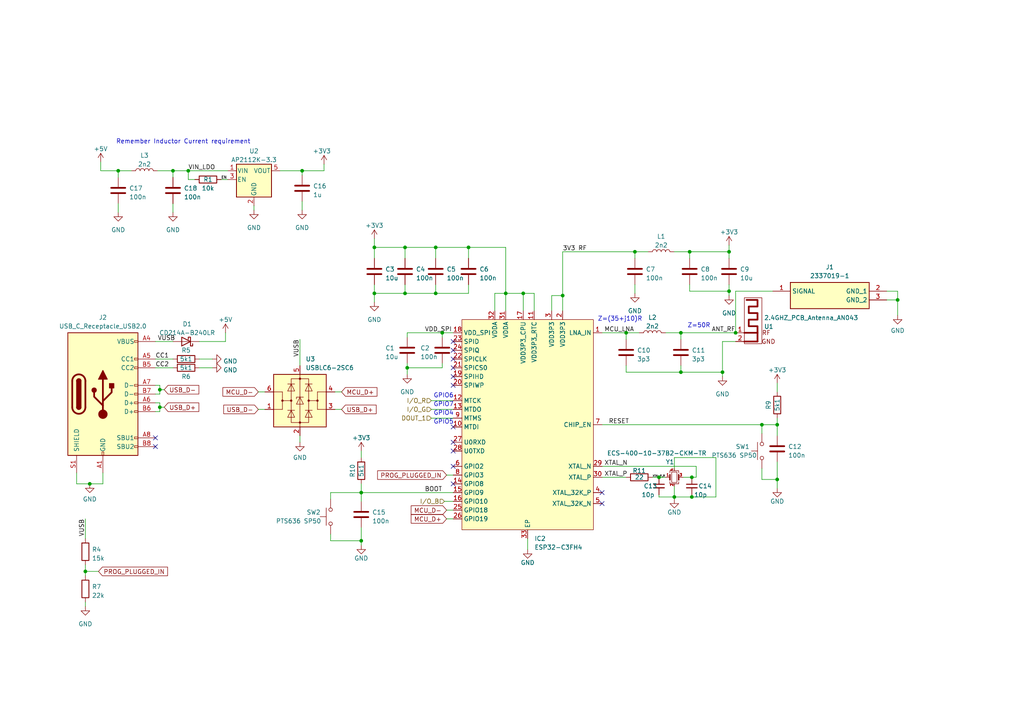
<source format=kicad_sch>
(kicad_sch (version 20230121) (generator eeschema)
  (paper "A4")
  (title_block (title "The Luwu") (date "2023-12-29") (rev "1") (company "FG Labs"))
  (lib_symbols
    (symbol "Antennas:2.4GHZ_PCB_Antenna_AN043"
      (property "Reference" "U" (at 0 1.27 0))
      (property "Value" "2.4GHZ_PCB_Antenna_AN043" (at 0 3.81 0))
      (symbol "2.4GHZ_PCB_Antenna_AN043_0_0"
        (rectangle (start 0 -2.54) (end 5.08 -15.875))
        (text "GND" (at 6.985 -3.175 0) (effects (font (size 1.27 1.27))))
        (text "RF" (at 6.35 -5.715 0) (effects (font (size 1.27 1.27))))
      )
      (symbol "2.4GHZ_PCB_Antenna_AN043_0_1"
        (polyline (pts (xy 3.81 -3.175) (xy 0 -3.175)) (stroke (width 0.5)))
        (polyline (pts (xy 0 -5.715) (xy 3.81 -5.715) (xy 3.81 -3.175)) (stroke (width 0.5)))
        (polyline (pts (xy 3.81 -5.715) (xy 3.81 -7.62) (xy 1.27 -7.62) (xy 1.27 -9.525) (xy 3.81 -9.525) (xy 3.81 -11.43) (xy 1.27 -11.43) (xy 1.27 -13.335) (xy 3.81 -13.335) (xy 3.81 -15.24) (xy 0.635 -15.24)) (stroke (width 0.5)))
      )
      (symbol "2.4GHZ_PCB_Antenna_AN043_1_1"
        (pin bidirectional line (at -2.54 -5.715 0) (length 2.54) (name "") (number "1"))
        (pin passive line (at -2.54 -3.175 0) (length 2.54) (name "") (number "2"))
      )
    )
    (symbol "Connector:USB_C_Receptacle_USB2.0" (pin_names (offset 1.016))
      (property "Reference" "J" (at -10.16 19.05 0))
      (property "Value" "USB_C_Receptacle_USB2.0" (at 19.05 19.05 0))
      (symbol "USB_C_Receptacle_USB2.0_0_0"
        (rectangle (start -0.254 -17.78) (end 0.254 -16.764))
        (rectangle (start 10.16 -14.986) (end 9.144 -15.494))
        (rectangle (start 10.16 -12.446) (end 9.144 -12.954))
        (rectangle (start 10.16 -4.826) (end 9.144 -5.334))
        (rectangle (start 10.16 -2.286) (end 9.144 -2.794))
        (rectangle (start 10.16 0.254) (end 9.144 -0.254))
        (rectangle (start 10.16 2.794) (end 9.144 2.286))
        (rectangle (start 10.16 7.874) (end 9.144 7.366))
        (rectangle (start 10.16 10.414) (end 9.144 9.906))
        (rectangle (start 10.16 15.494) (end 9.144 14.986))
      )
      (symbol "USB_C_Receptacle_USB2.0_0_1"
        (rectangle (start -10.16 17.78) (end 10.16 -17.78) (stroke (width 0.254)) (fill (type background)))
        (arc (start -8.89 -3.81) (mid -6.985 -5.7067) (end -5.08 -3.81) (stroke (width 0.508)))
        (arc (start -7.62 -3.81) (mid -6.985 -4.4423) (end -6.35 -3.81) (stroke (width 0.254)))
        (arc (start -7.62 -3.81) (mid -6.985 -4.4423) (end -6.35 -3.81) (stroke (width 0.254)) (fill (type outline)))
        (rectangle (start -7.62 -3.81) (end -6.35 3.81) (stroke (width 0.254)) (fill (type outline)))
        (arc (start -6.35 3.81) (mid -6.985 4.4423) (end -7.62 3.81) (stroke (width 0.254)))
        (arc (start -6.35 3.81) (mid -6.985 4.4423) (end -7.62 3.81) (stroke (width 0.254)) (fill (type outline)))
        (arc (start -5.08 3.81) (mid -6.985 5.7067) (end -8.89 3.81) (stroke (width 0.508)))
        (circle (center -2.54 1.143) (radius 0.635) (stroke (width 0.254)) (fill (type outline)))
        (circle (center 0 -5.842) (radius 1.27) (fill (type outline)))
        (polyline (pts (xy -8.89 -3.81) (xy -8.89 3.81)) (stroke (width 0.508)))
        (polyline (pts (xy -5.08 3.81) (xy -5.08 -3.81)) (stroke (width 0.508)))
        (polyline (pts (xy 0 -5.842) (xy 0 4.318)) (stroke (width 0.508)))
        (polyline (pts (xy 0 -3.302) (xy -2.54 -0.762) (xy -2.54 0.508)) (stroke (width 0.508)))
        (polyline (pts (xy 0 -2.032) (xy 2.54 0.508) (xy 2.54 1.778)) (stroke (width 0.508)))
        (polyline (pts (xy -1.27 4.318) (xy 0 6.858) (xy 1.27 4.318) (xy -1.27 4.318)) (stroke (width 0.254)) (fill (type outline)))
        (rectangle (start 1.905 1.778) (end 3.175 3.048) (stroke (width 0.254)) (fill (type outline)))
      )
      (symbol "USB_C_Receptacle_USB2.0_1_1"
        (pin passive line (at 0 -22.86 90) (length 5.08) (name "GND") (number "A1"))
        (pin passive line (at 0 -22.86 90) (length 5.08) hide (name "GND") (number "A12"))
        (pin passive line (at 15.24 15.24 180) (length 5.08) (name "VBUS") (number "A4"))
        (pin bidirectional line (at 15.24 10.16 180) (length 5.08) (name "CC1") (number "A5"))
        (pin bidirectional line (at 15.24 -2.54 180) (length 5.08) (name "D+") (number "A6"))
        (pin bidirectional line (at 15.24 2.54 180) (length 5.08) (name "D-") (number "A7"))
        (pin bidirectional line (at 15.24 -12.7 180) (length 5.08) (name "SBU1") (number "A8"))
        (pin passive line (at 15.24 15.24 180) (length 5.08) hide (name "VBUS") (number "A9"))
        (pin passive line (at 0 -22.86 90) (length 5.08) hide (name "GND") (number "B1"))
        (pin passive line (at 0 -22.86 90) (length 5.08) hide (name "GND") (number "B12"))
        (pin passive line (at 15.24 15.24 180) (length 5.08) hide (name "VBUS") (number "B4"))
        (pin bidirectional line (at 15.24 7.62 180) (length 5.08) (name "CC2") (number "B5"))
        (pin bidirectional line (at 15.24 -5.08 180) (length 5.08) (name "D+") (number "B6"))
        (pin bidirectional line (at 15.24 0 180) (length 5.08) (name "D-") (number "B7"))
        (pin bidirectional line (at 15.24 -15.24 180) (length 5.08) (name "SBU2") (number "B8"))
        (pin passive line (at 15.24 15.24 180) (length 5.08) hide (name "VBUS") (number "B9"))
        (pin passive line (at -7.62 -22.86 90) (length 5.08) (name "SHIELD") (number "S1"))
      )
    )
    (symbol "Device:C" (pin_numbers hide) (pin_names (offset 0.254))
      (property "Reference" "C" (at 0.635 2.54 0))
      (property "Value" "C" (at 0.635 -2.54 0))
      (symbol "C_0_1"
        (polyline (pts (xy -2.032 -0.762) (xy 2.032 -0.762)) (stroke (width 0.508)))
        (polyline (pts (xy -2.032 0.762) (xy 2.032 0.762)) (stroke (width 0.508)))
      )
      (symbol "C_1_1"
        (pin passive line (at 0 3.81 270) (length 2.794) (name "~") (number "1"))
        (pin passive line (at 0 -3.81 90) (length 2.794) (name "~") (number "2"))
      )
    )
    (symbol "Device:C_Small" (pin_numbers hide) (pin_names (offset 0.254) hide)
      (property "Reference" "C" (at 0.254 1.778 0))
      (property "Value" "C_Small" (at 0.254 -2.032 0))
      (symbol "C_Small_0_1"
        (polyline (pts (xy -1.524 -0.508) (xy 1.524 -0.508)) (stroke (width 0.3302)))
        (polyline (pts (xy -1.524 0.508) (xy 1.524 0.508)) (stroke (width 0.3048)))
      )
      (symbol "C_Small_1_1"
        (pin passive line (at 0 2.54 270) (length 2.032) (name "~") (number "1"))
        (pin passive line (at 0 -2.54 90) (length 2.032) (name "~") (number "2"))
      )
    )
    (symbol "Device:Crystal_GND24_Small" (pin_names (offset 1.016) hide)
      (property "Reference" "Y" (at 1.27 4.445 0))
      (property "Value" "Crystal_GND24_Small" (at 1.27 2.54 0))
      (symbol "Crystal_GND24_Small_0_1"
        (rectangle (start -0.762 -1.524) (end 0.762 1.524))
        (polyline (pts (xy -1.27 -0.762) (xy -1.27 0.762)) (stroke (width 0.381)))
        (polyline (pts (xy 1.27 -0.762) (xy 1.27 0.762)) (stroke (width 0.381)))
        (polyline (pts (xy -1.27 -1.27) (xy -1.27 -1.905) (xy 1.27 -1.905) (xy 1.27 -1.27)))
        (polyline (pts (xy -1.27 1.27) (xy -1.27 1.905) (xy 1.27 1.905) (xy 1.27 1.27)))
      )
      (symbol "Crystal_GND24_Small_1_1"
        (pin passive line (at -2.54 0 0) (length 1.27) (name "1") (number "1"))
        (pin passive line (at 0 -2.54 90) (length 0.635) (name "2") (number "2"))
        (pin passive line (at 2.54 0 180) (length 1.27) (name "3") (number "3"))
        (pin passive line (at 0 2.54 270) (length 0.635) (name "4") (number "4"))
      )
    )
    (symbol "Device:D_Schottky" (pin_numbers hide) (pin_names (offset 1.016) hide)
      (property "Reference" "D" (at 0 2.54 0))
      (property "Value" "D_Schottky" (at 0 -2.54 0))
      (symbol "D_Schottky_0_1"
        (polyline (pts (xy 1.27 0) (xy -1.27 0)))
        (polyline (pts (xy 1.27 1.27) (xy 1.27 -1.27) (xy -1.27 0) (xy 1.27 1.27)) (stroke (width 0.254)))
        (polyline (pts (xy -1.905 0.635) (xy -1.905 1.27) (xy -1.27 1.27) (xy -1.27 -1.27) (xy -0.635 -1.27) (xy -0.635 -0.635)) (stroke (width 0.254)))
      )
      (symbol "D_Schottky_1_1"
        (pin passive line (at -3.81 0 0) (length 2.54) (name "K") (number "1"))
        (pin passive line (at 3.81 0 180) (length 2.54) (name "A") (number "2"))
      )
    )
    (symbol "Device:L" (pin_numbers hide) (pin_names (offset 1.016) hide)
      (property "Reference" "L" (at -1.27 0 90))
      (property "Value" "L" (at 1.905 0 90))
      (symbol "L_0_1"
        (arc (start 0 -2.54) (mid 0.6323 -1.905) (end 0 -1.27))
        (arc (start 0 -1.27) (mid 0.6323 -0.635) (end 0 0))
        (arc (start 0 0) (mid 0.6323 0.635) (end 0 1.27))
        (arc (start 0 1.27) (mid 0.6323 1.905) (end 0 2.54))
      )
      (symbol "L_1_1"
        (pin passive line (at 0 3.81 270) (length 1.27) (name "1") (number "1"))
        (pin passive line (at 0 -3.81 90) (length 1.27) (name "2") (number "2"))
      )
    )
    (symbol "Device:R" (pin_numbers hide) (pin_names (offset 0))
      (property "Reference" "R" (at 2.032 0 90))
      (property "Value" "R" (at 0 0 90))
      (symbol "R_0_1"
        (rectangle (start -1.016 -2.54) (end 1.016 2.54) (stroke (width 0.254)))
      )
      (symbol "R_1_1"
        (pin passive line (at 0 3.81 270) (length 1.27) (name "~") (number "1"))
        (pin passive line (at 0 -3.81 90) (length 1.27) (name "~") (number "2"))
      )
    )
    (symbol "Power_Protection:USBLC6-2SC6" (pin_names hide)
      (property "Reference" "U" (at 2.54 8.89 0))
      (property "Value" "USBLC6-2SC6" (at 2.54 -8.89 0))
      (symbol "USBLC6-2SC6_0_1"
        (rectangle (start -7.62 -7.62) (end 7.62 7.62) (stroke (width 0.254)) (fill (type background)))
        (circle (center -5.08 0) (radius 0.254) (fill (type outline)))
        (circle (center -2.54 0) (radius 0.254) (fill (type outline)))
        (rectangle (start -2.54 6.35) (end 2.54 -6.35))
        (circle (center 0 -6.35) (radius 0.254) (fill (type outline)))
        (polyline (pts (xy -5.08 -2.54) (xy -7.62 -2.54)))
        (polyline (pts (xy -5.08 0) (xy -5.08 -2.54)))
        (polyline (pts (xy -5.08 2.54) (xy -7.62 2.54)))
        (polyline (pts (xy -1.524 -2.794) (xy -3.556 -2.794)))
        (polyline (pts (xy -1.524 4.826) (xy -3.556 4.826)))
        (polyline (pts (xy 0 -7.62) (xy 0 -6.35)))
        (polyline (pts (xy 0 -6.35) (xy 0 1.27)))
        (polyline (pts (xy 0 1.27) (xy 0 6.35)))
        (polyline (pts (xy 0 6.35) (xy 0 7.62)))
        (polyline (pts (xy 1.524 -2.794) (xy 3.556 -2.794)))
        (polyline (pts (xy 1.524 4.826) (xy 3.556 4.826)))
        (polyline (pts (xy 5.08 -2.54) (xy 7.62 -2.54)))
        (polyline (pts (xy 5.08 0) (xy 5.08 -2.54)))
        (polyline (pts (xy 5.08 2.54) (xy 7.62 2.54)))
        (polyline (pts (xy -2.54 0) (xy -5.08 0) (xy -5.08 2.54)))
        (polyline (pts (xy 2.54 0) (xy 5.08 0) (xy 5.08 2.54)))
        (polyline (pts (xy -3.556 -4.826) (xy -1.524 -4.826) (xy -2.54 -2.794) (xy -3.556 -4.826)))
        (polyline (pts (xy -3.556 2.794) (xy -1.524 2.794) (xy -2.54 4.826) (xy -3.556 2.794)))
        (polyline (pts (xy -1.016 -1.016) (xy 1.016 -1.016) (xy 0 1.016) (xy -1.016 -1.016)))
        (polyline (pts (xy 1.016 1.016) (xy 0.762 1.016) (xy -1.016 1.016) (xy -1.016 0.508)))
        (polyline (pts (xy 3.556 -4.826) (xy 1.524 -4.826) (xy 2.54 -2.794) (xy 3.556 -4.826)))
        (polyline (pts (xy 3.556 2.794) (xy 1.524 2.794) (xy 2.54 4.826) (xy 3.556 2.794)))
        (circle (center 0 6.35) (radius 0.254) (fill (type outline)))
        (circle (center 2.54 0) (radius 0.254) (fill (type outline)))
        (circle (center 5.08 0) (radius 0.254) (fill (type outline)))
      )
      (symbol "USBLC6-2SC6_1_1"
        (pin passive line (at -10.16 -2.54 0) (length 2.54) (name "I/O1") (number "1"))
        (pin passive line (at 0 -10.16 90) (length 2.54) (name "GND") (number "2"))
        (pin passive line (at 10.16 -2.54 180) (length 2.54) (name "I/O2") (number "3"))
        (pin passive line (at 10.16 2.54 180) (length 2.54) (name "I/O2") (number "4"))
        (pin passive line (at 0 10.16 270) (length 2.54) (name "VBUS") (number "5"))
        (pin passive line (at -10.16 2.54 0) (length 2.54) (name "I/O1") (number "6"))
      )
    )
    (symbol "Regulator_Linear:AP2112K-3.3" (pin_names (offset 0.254))
      (property "Reference" "U" (at -5.08 5.715 0))
      (property "Value" "AP2112K-3.3" (at 0 5.715 0))
      (symbol "AP2112K-3.3_0_1"
        (rectangle (start -5.08 4.445) (end 5.08 -5.08) (stroke (width 0.254)) (fill (type background)))
      )
      (symbol "AP2112K-3.3_1_1"
        (pin power_in line (at -7.62 2.54 0) (length 2.54) (name "VIN") (number "1"))
        (pin power_in line (at 0 -7.62 90) (length 2.54) (name "GND") (number "2"))
        (pin input line (at -7.62 0 0) (length 2.54) (name "EN") (number "3"))
        (pin no_connect line (at 5.08 0 180) (length 2.54) hide (name "NC") (number "4"))
        (pin power_out line (at 7.62 2.54 180) (length 2.54) (name "VOUT") (number "5"))
      )
    )
    (symbol "SamacSys_Parts:2337019-1"
      (property "Reference" "J" (at 29.21 7.62 0))
      (property "Value" "2337019-1" (at 29.21 5.08 0))
      (symbol "2337019-1_1_1"
        (rectangle (start 5.08 2.54) (end 27.94 -5.08) (stroke (width 0.254)) (fill (type background)))
        (pin passive line (at 0 0 0) (length 5.08) (name "SIGNAL") (number "1"))
        (pin passive line (at 33.02 0 180) (length 5.08) (name "GND_1") (number "2"))
        (pin passive line (at 33.02 -2.54 180) (length 5.08) (name "GND_2") (number "3"))
      )
    )
    (symbol "SamacSys_Parts_2:ESP32-C3FH4"
      (property "Reference" "IC" (at 15.875 -22.225 0))
      (property "Value" "ESP32-C3FH4" (at 15.875 -24.765 0))
      (symbol "ESP32-C3FH4_1_1"
        (rectangle (start 2.54 3.81) (end 40.64 -57.15) (fill (type background)))
        (pin input line (at 43.18 0 180) (length 2.54) (name "LNA_IN") (number "1"))
        (pin input line (at 0 -27.305 0) (length 2.54) (name "MTDI") (number "10"))
        (pin input line (at 23.495 6.35 270) (length 2.54) (name "VDD3P3_RTC") (number "11"))
        (pin input line (at 0 -19.685 0) (length 2.54) (name "MTCK") (number "12"))
        (pin input line (at 0 -22.225 0) (length 2.54) (name "MTDO") (number "13"))
        (pin input line (at 0 -43.815 0) (length 2.54) (name "GPIO8") (number "14"))
        (pin input line (at 0 -46.355 0) (length 2.54) (name "GPIO9") (number "15"))
        (pin input line (at 0 -48.895 0) (length 2.54) (name "GPIO10") (number "16"))
        (pin input line (at 20.32 6.35 270) (length 2.54) (name "VDD3P3_CPU") (number "17"))
        (pin input line (at 0 0 0) (length 2.54) (name "VDD_SPI") (number "18"))
        (pin input line (at 0 -12.7 0) (length 2.54) (name "SPIHD") (number "19"))
        (pin input line (at 31.75 6.35 270) (length 2.54) (name "VDD3P3") (number "2"))
        (pin input line (at 0 -15.24 0) (length 2.54) (name "SPIWP") (number "20"))
        (pin input line (at 0 -10.16 0) (length 2.54) (name "SPICS0") (number "21"))
        (pin input line (at 0 -7.62 0) (length 2.54) (name "SPICLK") (number "22"))
        (pin input line (at 0 -2.54 0) (length 2.54) (name "SPID") (number "23"))
        (pin input line (at 0 -5.08 0) (length 2.54) (name "SPIQ") (number "24"))
        (pin input line (at 0 -51.435 0) (length 2.54) (name "GPIO18") (number "25"))
        (pin input line (at 0 -53.975 0) (length 2.54) (name "GPIO19") (number "26"))
        (pin input line (at 0 -31.75 0) (length 2.54) (name "U0RXD") (number "27"))
        (pin input line (at 0 -34.29 0) (length 2.54) (name "U0TXD") (number "28"))
        (pin input line (at 43.18 -38.735 180) (length 2.54) (name "XTAL_N") (number "29"))
        (pin input line (at 28.575 6.35 270) (length 2.54) (name "VDD3P3") (number "3"))
        (pin input line (at 43.18 -41.91 180) (length 2.54) (name "XTAL_P") (number "30"))
        (pin input line (at 15.24 6.35 270) (length 2.54) (name "VDDA") (number "31"))
        (pin input line (at 12.065 6.35 270) (length 2.54) (name "VDDA") (number "32"))
        (pin input line (at 21.59 -59.69 90) (length 2.54) (name "EP") (number "33"))
        (pin input line (at 43.18 -46.355 180) (length 2.54) (name "XTAL_32K_P") (number "4"))
        (pin input line (at 43.18 -49.53 180) (length 2.54) (name "XTAL_32K_N") (number "5"))
        (pin input line (at 0 -38.735 0) (length 2.54) (name "GPIO2") (number "6"))
        (pin input line (at 43.18 -26.67 180) (length 2.54) (name "CHIP_EN") (number "7"))
        (pin input line (at 0 -41.275 0) (length 2.54) (name "GPIO3") (number "8"))
        (pin input line (at 0 -24.765 0) (length 2.54) (name "MTMS") (number "9"))
      )
    )
    (symbol "Switch:SW_Push" (pin_numbers hide) (pin_names (offset 1.016) hide)
      (property "Reference" "SW" (at 1.27 2.54 0))
      (property "Value" "SW_Push" (at 0 -1.524 0))
      (symbol "SW_Push_0_1"
        (circle (center -2.032 0) (radius 0.508))
        (polyline (pts (xy 0 1.27) (xy 0 3.048)))
        (polyline (pts (xy 2.54 1.27) (xy -2.54 1.27)))
        (circle (center 2.032 0) (radius 0.508))
        (pin passive line (at -5.08 0 0) (length 2.54) (name "1") (number "1"))
        (pin passive line (at 5.08 0 180) (length 2.54) (name "2") (number "2"))
      )
    )
    (symbol "power:+3V3" (power) (pin_names (offset 0))
      (property "Value" "+3V3" (at 0 3.556 0))
      (symbol "+3V3_0_1"
        (polyline (pts (xy -0.762 1.27) (xy 0 2.54)))
        (polyline (pts (xy 0 0) (xy 0 2.54)))
        (polyline (pts (xy 0 2.54) (xy 0.762 1.27)))
      )
      (symbol "+3V3_1_1"
        (pin power_in line (at 0 0 90) (length 0) hide (name "+3V3") (number "1"))
      )
    )
    (symbol "power:+5V" (power) (pin_names (offset 0))
      (property "Value" "+5V" (at 0 3.556 0))
      (symbol "+5V_0_1"
        (polyline (pts (xy -0.762 1.27) (xy 0 2.54)))
        (polyline (pts (xy 0 0) (xy 0 2.54)))
        (polyline (pts (xy 0 2.54) (xy 0.762 1.27)))
      )
      (symbol "+5V_1_1"
        (pin power_in line (at 0 0 90) (length 0) hide (name "+5V") (number "1"))
      )
    )
    (symbol "power:GND" (power) (pin_names (offset 0))
      (property "Value" "GND" (at 0 -3.81 0))
      (symbol "GND_0_1"
        (polyline (pts (xy 0 0) (xy 0 -1.27) (xy 1.27 -1.27) (xy 0 -2.54) (xy -1.27 -1.27) (xy 0 -1.27)))
      )
      (symbol "GND_1_1"
        (pin power_in line (at 0 0 270) (length 0) hide (name "GND") (number "1"))
      )
    )
  )
  (junction (at 220.98 123.19))
  (junction (at 117.475 71.755))
  (junction (at 225.425 139.065))
  (junction (at 211.455 84.455))
  (junction (at 118.11 106.68))
  (junction (at 200.66 144.145))
  (junction (at 50.165 49.53))
  (junction (at 24.765 165.735))
  (junction (at 104.775 156.845))
  (junction (at 181.61 96.52))
  (junction (at 108.585 85.09))
  (junction (at 135.89 71.755))
  (junction (at 197.485 107.95))
  (junction (at 146.685 85.09))
  (junction (at 126.365 71.755))
  (junction (at 26.035 140.335))
  (junction (at 108.585 71.755))
  (junction (at 225.425 123.19))
  (junction (at 195.58 144.145))
  (junction (at 126.365 85.09))
  (junction (at 46.355 118.11))
  (junction (at 197.485 96.52))
  (junction (at 209.55 107.95))
  (junction (at 104.775 142.875))
  (junction (at 184.15 73.025))
  (junction (at 200.66 138.43))
  (junction (at 200.025 73.025))
  (junction (at 54.61 49.53))
  (junction (at 260.35 86.995))
  (junction (at 163.195 85.725))
  (junction (at 213.36 96.52))
  (junction (at 211.455 73.025))
  (junction (at 117.475 85.09))
  (junction (at 34.29 49.53))
  (junction (at 128.27 96.52))
  (junction (at 191.135 138.43))
  (junction (at 46.355 113.03))
  (junction (at 151.765 85.09))
  (junction (at 87.63 49.53))
  (no_connect (at 174.625 142.875))
  (no_connect (at 131.445 109.22))
  (no_connect (at 131.445 140.335))
  (no_connect (at 131.445 130.81))
  (no_connect (at 174.625 146.05))
  (no_connect (at 45.085 129.54))
  (no_connect (at 131.445 128.27))
  (no_connect (at 131.445 99.06))
  (no_connect (at 131.445 106.68))
  (no_connect (at 131.445 135.255))
  (no_connect (at 131.445 101.6))
  (no_connect (at 131.445 111.76))
  (no_connect (at 45.085 127))
  (no_connect (at 131.445 123.825))
  (no_connect (at 131.445 104.14))
  (wire (pts (xy 257.175 84.455) (xy 260.35 84.455)))
  (wire (pts (xy 193.04 96.52) (xy 197.485 96.52)))
  (wire (pts (xy 65.405 99.06) (xy 65.405 96.52)))
  (wire (pts (xy 95.885 144.78) (xy 95.885 142.875)))
  (wire (pts (xy 187.96 73.025) (xy 184.15 73.025)))
  (wire (pts (xy 46.355 119.38) (xy 46.355 118.11)))
  (wire (pts (xy 195.58 132.715) (xy 207.645 132.715)))
  (wire (pts (xy 29.21 46.99) (xy 29.21 49.53)))
  (wire (pts (xy 225.425 133.985) (xy 225.425 139.065)))
  (wire (pts (xy 24.765 150.495) (xy 24.765 156.21)))
  (wire (pts (xy 74.93 118.745) (xy 76.835 118.745)))
  (wire (pts (xy 211.455 84.455) (xy 211.455 85.725)))
  (wire (pts (xy 185.42 96.52) (xy 181.61 96.52)))
  (wire (pts (xy 195.58 140.97) (xy 195.58 144.145)))
  (wire (pts (xy 200.66 138.43) (xy 201.93 138.43)))
  (wire (pts (xy 45.085 111.76) (xy 46.355 111.76)))
  (wire (pts (xy 260.35 86.995) (xy 260.35 91.44)))
  (wire (pts (xy 24.765 174.625) (xy 24.765 175.895)))
  (wire (pts (xy 86.995 98.425) (xy 86.995 106.045)))
  (wire (pts (xy 38.1 49.53) (xy 34.29 49.53)))
  (wire (pts (xy 146.685 71.755) (xy 146.685 85.09)))
  (wire (pts (xy 211.455 82.55) (xy 211.455 84.455)))
  (wire (pts (xy 118.11 105.41) (xy 118.11 106.68)))
  (wire (pts (xy 24.765 163.83) (xy 24.765 165.735)))
  (wire (pts (xy 126.365 85.09) (xy 117.475 85.09)))
  (wire (pts (xy 129.54 150.495) (xy 131.445 150.495)))
  (wire (pts (xy 211.455 74.93) (xy 211.455 73.025)))
  (wire (pts (xy 126.365 82.55) (xy 126.365 85.09)))
  (wire (pts (xy 163.195 85.725) (xy 163.195 73.025)))
  (wire (pts (xy 45.085 114.3) (xy 46.355 114.3)))
  (wire (pts (xy 87.63 58.42) (xy 87.63 60.96)))
  (wire (pts (xy 54.61 52.07) (xy 54.61 49.53)))
  (wire (pts (xy 220.98 135.89) (xy 220.98 139.065)))
  (wire (pts (xy 24.765 165.735) (xy 28.575 165.735)))
  (wire (pts (xy 104.775 153.035) (xy 104.775 156.845)))
  (wire (pts (xy 129.54 147.955) (xy 131.445 147.955)))
  (wire (pts (xy 117.475 74.93) (xy 117.475 71.755)))
  (wire (pts (xy 189.23 138.43) (xy 191.135 138.43)))
  (wire (pts (xy 45.72 49.53) (xy 50.165 49.53)))
  (wire (pts (xy 160.02 90.17) (xy 160.02 85.725)))
  (wire (pts (xy 200.66 144.145) (xy 195.58 144.145)))
  (wire (pts (xy 146.685 85.09) (xy 143.51 85.09)))
  (wire (pts (xy 104.775 156.845) (xy 104.775 158.115)))
  (wire (pts (xy 129.54 137.795) (xy 131.445 137.795)))
  (wire (pts (xy 104.775 130.81) (xy 104.775 132.715)))
  (wire (pts (xy 220.98 123.19) (xy 220.98 125.73)))
  (wire (pts (xy 99.06 113.665) (xy 97.155 113.665)))
  (wire (pts (xy 56.515 52.07) (xy 54.61 52.07)))
  (wire (pts (xy 209.55 107.95) (xy 197.485 107.95)))
  (wire (pts (xy 57.785 104.14) (xy 61.595 104.14)))
  (wire (pts (xy 45.085 106.68) (xy 50.165 106.68)))
  (wire (pts (xy 191.135 143.51) (xy 191.135 144.145)))
  (wire (pts (xy 95.885 154.94) (xy 95.885 156.845)))
  (wire (pts (xy 195.58 73.025) (xy 200.025 73.025)))
  (wire (pts (xy 160.02 85.725) (xy 163.195 85.725)))
  (wire (pts (xy 225.425 111.125) (xy 225.425 113.665)))
  (wire (pts (xy 104.775 142.875) (xy 104.775 145.415)))
  (wire (pts (xy 73.66 59.69) (xy 73.66 60.96)))
  (wire (pts (xy 198.12 138.43) (xy 200.66 138.43)))
  (wire (pts (xy 54.61 49.53) (xy 66.04 49.53)))
  (wire (pts (xy 117.475 82.55) (xy 117.475 85.09)))
  (wire (pts (xy 200.025 82.55) (xy 200.025 84.455)))
  (wire (pts (xy 211.455 73.025) (xy 200.025 73.025)))
  (wire (pts (xy 174.625 123.19) (xy 220.98 123.19)))
  (wire (pts (xy 50.165 49.53) (xy 54.61 49.53)))
  (wire (pts (xy 118.11 106.68) (xy 118.11 108.585)))
  (wire (pts (xy 200.025 84.455) (xy 211.455 84.455)))
  (wire (pts (xy 197.485 96.52) (xy 197.485 98.425)))
  (wire (pts (xy 45.085 116.84) (xy 46.355 116.84)))
  (wire (pts (xy 135.89 71.755) (xy 146.685 71.755)))
  (wire (pts (xy 200.025 73.025) (xy 200.025 74.93)))
  (wire (pts (xy 128.27 96.52) (xy 131.445 96.52)))
  (wire (pts (xy 22.225 140.335) (xy 26.035 140.335)))
  (wire (pts (xy 125.095 116.205) (xy 131.445 116.205)))
  (wire (pts (xy 99.06 118.745) (xy 97.155 118.745)))
  (wire (pts (xy 34.29 59.055) (xy 34.29 61.595)))
  (wire (pts (xy 184.15 82.55) (xy 184.15 85.09)))
  (wire (pts (xy 87.63 49.53) (xy 87.63 50.8)))
  (wire (pts (xy 153.035 156.21) (xy 153.035 159.385)))
  (wire (pts (xy 191.135 144.145) (xy 195.58 144.145)))
  (wire (pts (xy 184.15 73.025) (xy 184.15 74.93)))
  (wire (pts (xy 126.365 74.93) (xy 126.365 71.755)))
  (wire (pts (xy 45.085 119.38) (xy 46.355 119.38)))
  (wire (pts (xy 201.93 135.255) (xy 174.625 135.255)))
  (wire (pts (xy 209.55 107.95) (xy 209.55 109.22)))
  (wire (pts (xy 200.66 143.51) (xy 200.66 144.145)))
  (wire (pts (xy 104.775 140.335) (xy 104.775 142.875)))
  (wire (pts (xy 213.36 84.455) (xy 213.36 96.52)))
  (wire (pts (xy 46.355 113.03) (xy 47.625 113.03)))
  (wire (pts (xy 191.135 138.43) (xy 193.04 138.43)))
  (wire (pts (xy 260.35 84.455) (xy 260.35 86.995)))
  (wire (pts (xy 45.085 104.14) (xy 50.165 104.14)))
  (wire (pts (xy 86.995 128.27) (xy 86.995 126.365)))
  (wire (pts (xy 135.89 82.55) (xy 135.89 85.09)))
  (wire (pts (xy 197.485 106.045) (xy 197.485 107.95)))
  (wire (pts (xy 46.355 114.3) (xy 46.355 113.03)))
  (wire (pts (xy 151.765 85.09) (xy 146.685 85.09)))
  (wire (pts (xy 108.585 69.215) (xy 108.585 71.755)))
  (wire (pts (xy 24.765 165.735) (xy 24.765 167.005)))
  (wire (pts (xy 64.135 52.07) (xy 66.04 52.07)))
  (wire (pts (xy 181.61 96.52) (xy 181.61 98.425)))
  (wire (pts (xy 207.645 132.715) (xy 207.645 144.145)))
  (wire (pts (xy 128.905 145.415) (xy 131.445 145.415)))
  (wire (pts (xy 225.425 121.285) (xy 225.425 123.19)))
  (wire (pts (xy 163.195 73.025) (xy 184.15 73.025)))
  (wire (pts (xy 50.165 49.53) (xy 50.165 51.435)))
  (wire (pts (xy 146.685 90.17) (xy 146.685 85.09)))
  (wire (pts (xy 143.51 90.17) (xy 143.51 85.09)))
  (wire (pts (xy 197.485 107.95) (xy 181.61 107.95)))
  (wire (pts (xy 108.585 82.55) (xy 108.585 85.09)))
  (wire (pts (xy 57.785 99.06) (xy 65.405 99.06)))
  (wire (pts (xy 117.475 85.09) (xy 108.585 85.09)))
  (wire (pts (xy 257.175 86.995) (xy 260.35 86.995)))
  (wire (pts (xy 93.98 49.53) (xy 87.63 49.53)))
  (wire (pts (xy 57.785 106.68) (xy 61.595 106.68)))
  (wire (pts (xy 108.585 85.09) (xy 108.585 87.63)))
  (wire (pts (xy 46.355 116.84) (xy 46.355 118.11)))
  (wire (pts (xy 125.095 118.745) (xy 131.445 118.745)))
  (wire (pts (xy 225.425 139.065) (xy 225.425 141.605)))
  (wire (pts (xy 135.89 74.93) (xy 135.89 71.755)))
  (wire (pts (xy 207.645 144.145) (xy 200.66 144.145)))
  (wire (pts (xy 211.455 71.12) (xy 211.455 73.025)))
  (wire (pts (xy 108.585 71.755) (xy 108.585 74.93)))
  (wire (pts (xy 46.355 111.76) (xy 46.355 113.03)))
  (wire (pts (xy 125.095 121.285) (xy 131.445 121.285)))
  (wire (pts (xy 46.355 118.11) (xy 47.625 118.11)))
  (wire (pts (xy 195.58 144.145) (xy 195.58 144.78)))
  (wire (pts (xy 128.27 96.52) (xy 118.11 96.52)))
  (wire (pts (xy 201.93 138.43) (xy 201.93 135.255)))
  (wire (pts (xy 151.765 90.17) (xy 151.765 85.09)))
  (wire (pts (xy 209.55 99.06) (xy 209.55 107.95)))
  (wire (pts (xy 29.845 140.335) (xy 26.035 140.335)))
  (wire (pts (xy 29.845 137.16) (xy 29.845 140.335)))
  (wire (pts (xy 154.94 90.17) (xy 154.94 85.09)))
  (wire (pts (xy 128.27 106.68) (xy 118.11 106.68)))
  (wire (pts (xy 117.475 71.755) (xy 126.365 71.755)))
  (wire (pts (xy 225.425 126.365) (xy 225.425 123.19)))
  (wire (pts (xy 174.625 96.52) (xy 181.61 96.52)))
  (wire (pts (xy 174.625 138.43) (xy 181.61 138.43)))
  (wire (pts (xy 45.085 99.06) (xy 50.165 99.06)))
  (wire (pts (xy 220.98 123.19) (xy 225.425 123.19)))
  (wire (pts (xy 95.885 142.875) (xy 104.775 142.875)))
  (wire (pts (xy 74.93 113.665) (xy 76.835 113.665)))
  (wire (pts (xy 118.11 96.52) (xy 118.11 97.79)))
  (wire (pts (xy 81.28 49.53) (xy 87.63 49.53)))
  (wire (pts (xy 128.27 105.41) (xy 128.27 106.68)))
  (wire (pts (xy 50.165 59.055) (xy 50.165 61.595)))
  (wire (pts (xy 181.61 107.95) (xy 181.61 106.045)))
  (wire (pts (xy 154.94 85.09) (xy 151.765 85.09)))
  (wire (pts (xy 209.55 99.06) (xy 213.36 99.06)))
  (wire (pts (xy 29.21 49.53) (xy 34.29 49.53)))
  (wire (pts (xy 135.89 71.755) (xy 126.365 71.755)))
  (wire (pts (xy 104.775 142.875) (xy 131.445 142.875)))
  (wire (pts (xy 128.27 97.79) (xy 128.27 96.52)))
  (wire (pts (xy 197.485 96.52) (xy 213.36 96.52)))
  (wire (pts (xy 163.195 90.17) (xy 163.195 85.725)))
  (wire (pts (xy 117.475 71.755) (xy 108.585 71.755)))
  (wire (pts (xy 95.885 156.845) (xy 104.775 156.845)))
  (wire (pts (xy 195.58 132.715) (xy 195.58 135.89)))
  (wire (pts (xy 135.89 85.09) (xy 126.365 85.09)))
  (wire (pts (xy 34.29 49.53) (xy 34.29 51.435)))
  (wire (pts (xy 220.98 139.065) (xy 225.425 139.065)))
  (wire (pts (xy 93.98 47.625) (xy 93.98 49.53)))
  (wire (pts (xy 224.155 84.455) (xy 213.36 84.455)))
  (wire (pts (xy 22.225 137.16) (xy 22.225 140.335)))
  (text "GPIO5" (at 125.73 123.19 0) (effects (font (size 1.27 1.27)) (justify left bottom)))
  (text "Remember Inductor Current requirement" (at 33.655 41.91 0) (effects (font (size 1.27 1.27)) (justify left bottom)))
  (text "GPIO4" (at 125.73 120.65 0) (effects (font (size 1.27 1.27)) (justify left bottom)))
  (text "Z=50R" (at 199.39 95.25 0) (effects (font (size 1.27 1.27)) (justify left bottom)))
  (text "GPIO7" (at 125.73 118.11 0) (effects (font (size 1.27 1.27)) (justify left bottom)))
  (text "Z=(35+j10)R" (at 173.355 93.345 0) (effects (font (size 1.27 1.27)) (justify left bottom)))
  (text "GPIO6" (at 125.73 115.57 0) (effects (font (size 1.27 1.27)) (justify left bottom)))
  (label "XTAL_P" (at 175.26 138.43 0))
  (label "CC1" (at 45.085 104.14 0))
  (label "EN" (at 64.135 52.07 0) (effects (font (size 0.762 0.762))))
  (label "XTAL_P_R" (at 189.23 138.43 0) (effects (font (size 0.508 0.508))))
  (label "RESET" (at 176.53 123.19 0))
  (label "VUSB" (at 24.765 150.495 270))
  (label "3V3 RF" (at 163.195 73.025 0))
  (label "XTAL_N" (at 175.26 135.255 0))
  (label "ANT_RF" (at 206.375 96.52 0) (property "Netclass" "RF50" (effects hide)))
  (label "VIN_LDO" (at 54.61 49.53 0))
  (label "VUSB" (at 45.72 99.06 0))
  (label "BOOT" (at 128.27 142.875 180))
  (label "MCU_LNA" (at 175.26 96.52 0))
  (label "VUSB" (at 86.995 98.425 270))
  (label "VDD_SPI" (at 123.19 96.52 0))
  (label "CC2" (at 45.085 106.68 0))
  (global_label "USB_D+" (shape input) (at 47.625 118.11 0) (property "Intersheetrefs" "${INTERSHEET_REFS}" (effects hide)) (property "Netclass" "USB90" (effects hide)))
  (global_label "MCU_D-" (shape input) (at 74.93 113.665 180) (property "Intersheetrefs" "${INTERSHEET_REFS}" (effects hide)) (property "Netclass" "USB90" (effects hide)))
  (global_label "PROG_PLUGGED_IN" (shape input) (at 129.54 137.795 180) (property "Intersheetrefs" "${INTERSHEET_REFS}" (effects hide)))
  (global_label "USB_D+" (shape input) (at 99.06 118.745 0) (property "Intersheetrefs" "${INTERSHEET_REFS}" (effects hide)) (property "Netclass" "USB90" (effects hide)))
  (global_label "USB_D-" (shape input) (at 74.93 118.745 180) (property "Intersheetrefs" "${INTERSHEET_REFS}" (effects hide)) (property "Netclass" "USB90" (effects hide)))
  (global_label "PROG_PLUGGED_IN" (shape input) (at 28.575 165.735 0) (property "Intersheetrefs" "${INTERSHEET_REFS}" (effects hide)))
  (global_label "MCU_D-" (shape input) (at 129.54 147.955 180) (property "Intersheetrefs" "${INTERSHEET_REFS}" (effects hide)) (property "Netclass" "USB90" (effects hide)))
  (global_label "MCU_D+" (shape input) (at 99.06 113.665 0) (property "Intersheetrefs" "${INTERSHEET_REFS}" (effects hide)) (property "Netclass" "USB90" (effects hide)))
  (global_label "MCU_D+" (shape input) (at 129.54 150.495 180) (property "Intersheetrefs" "${INTERSHEET_REFS}" (effects hide)) (property "Netclass" "USB90" (effects hide)))
  (global_label "USB_D-" (shape input) (at 47.625 113.03 0) (property "Intersheetrefs" "${INTERSHEET_REFS}" (effects hide)) (property "Netclass" "USB90" (effects hide)))
  (hierarchical_label "I{slash}O_B" (shape input) (at 128.905 145.415 180))
  (hierarchical_label "DOUT_1" (shape input) (at 125.095 121.285 180))
  (hierarchical_label "I{slash}O_R" (shape input) (at 125.095 116.205 180))
  (hierarchical_label "I{slash}O_G" (shape input) (at 125.095 118.745 180))
  (symbol (lib_id "Device:C") (at 104.775 149.225 0) (unit 1)
    (property "Reference" "C15" (at 107.95 148.59 0) (effects (justify left)))
    (property "Value" "100n" (at 107.95 151.13 0) (effects (justify left)))
    (property "Footprint" "Capacitor_SMD:C_0603_1608Metric" (effects hide))
  )
  (symbol (lib_id "power:GND") (at 184.15 85.09 0) (unit 1)
    (property "Reference" "#PWR06" (effects hide))
    (property "Value" "GND" (at 184.15 90.17 0))
    (instances (project "The Luwu PCB" (path "" (reference "#PWR06") (unit 1))) (project "Battery" (path "" (reference "#PWR08") (unit 1))))
  )
  (symbol (lib_id "power:GND") (at 24.765 175.895 0) (unit 1)
    (property "Reference" "#PWR048" (effects hide))
    (property "Value" "GND" (at 24.765 180.975 0))
  )
  (symbol (lib_id "power:GND") (at 211.455 85.725 0) (unit 1)
    (property "Reference" "#PWR07" (effects hide))
    (property "Value" "GND" (at 211.455 90.805 0))
    (instances (project "The Luwu PCB" (path "" (reference "#PWR07") (unit 1))) (project "Battery" (path "" (reference "#PWR09") (unit 1))))
  )
  (symbol (lib_id "Device:R") (at 24.765 160.02 0) (unit 1)
    (property "Reference" "R4" (at 26.67 159.385 0) (effects (justify left)))
    (property "Value" "15k" (at 26.67 161.925 0) (effects (justify left)))
    (property "Footprint" "Resistor_SMD:R_0603_1608Metric" (effects hide))
  )
  (symbol (lib_id "Device:C") (at 128.27 101.6 0) (unit 1)
    (property "Reference" "C2" (at 121.92 100.965 0) (effects (justify left)))
    (property "Value" "100n" (at 121.92 103.505 0) (effects (justify left)))
    (property "Footprint" "Capacitor_SMD:C_0603_1608Metric" (effects hide))
    (instances (project "The Luwu PCB" (path "" (reference "C2") (unit 1))) (project "Battery" (path "" (reference "C11") (unit 1))))
  )
  (symbol (lib_id "Device:R") (at 225.425 117.475 180) (unit 1)
    (property "Reference" "R9" (at 222.885 117.475 90))
    (property "Value" "5k1" (at 225.425 117.475 90))
    (property "Footprint" "Resistor_SMD:R_0603_1608Metric" (effects hide))
    (instances (project "The Luwu PCB" (path "" (reference "R9") (unit 1))) (project "Battery" (path "" (reference "R4") (unit 1))))
  )
  (symbol (lib_id "Device:L") (at 189.23 96.52 90) (unit 1)
    (property "Reference" "L2" (at 189.23 92.075 90))
    (property "Value" "2n2" (at 189.23 94.615 90))
    (property "Footprint" "Inductor_SMD:L_0603_1608Metric" (effects hide))
  )
  (symbol (lib_id "power:GND") (at 260.35 91.44 0) (unit 1)
    (property "Reference" "#PWR09" (effects hide))
    (property "Value" "GND" (at 260.35 95.885 0))
    (instances (project "The Luwu PCB" (path "" (reference "#PWR09") (unit 1))) (project "Battery" (path "" (reference "#PWR047") (unit 1))))
  )
  (symbol (lib_id "power:+5V") (at 65.405 96.52 0) (unit 1)
    (property "Reference" "#PWR05" (effects hide))
    (property "Value" "+5V" (at 65.405 92.71 0))
  )
  (symbol (lib_id "Device:C") (at 135.89 78.74 0) (unit 1)
    (property "Reference" "C6" (at 139.065 78.105 0) (effects (justify left)))
    (property "Value" "100n" (at 139.065 80.645 0) (effects (justify left)))
    (property "Footprint" "Capacitor_SMD:C_0603_1608Metric" (effects hide))
  )
  (symbol (lib_id "Regulator_Linear:AP2112K-3.3") (at 73.66 52.07 0) (unit 1)
    (property "Reference" "U2" (at 73.66 43.815 0))
    (property "Value" "AP2112K-3.3" (at 73.66 46.355 0))
    (property "Footprint" "Package_TO_SOT_SMD:SOT-23-5" (effects hide))
    (property "Datasheet" "https://www.diodes.com/assets/Datasheets/AP2112.pdf" (effects hide))
    (instances (project "The Luwu PCB" (path "" (reference "U2") (unit 1))) (project "The Typeuwu" (path "" (reference "U203") (unit 1))) (project "Battery" (path "" (reference "U5") (unit 1))))
  )
  (symbol (lib_id "Power_Protection:USBLC6-2SC6") (at 86.995 116.205 0) (unit 1)
    (property "Reference" "U3" (at 88.6461 104.14 0) (effects (justify left)))
    (property "Value" "USBLC6-2SC6" (at 88.6461 106.68 0) (effects (justify left)))
    (property "Footprint" "Package_TO_SOT_SMD:SOT-23-6" (effects hide))
    (property "Datasheet" "https://www.st.com/resource/en/datasheet/usblc6-2.pdf" (effects hide))
    (instances (project "The Luwu PCB" (path "" (reference "U3") (unit 1))) (project "Battery" (path "" (reference "U2") (unit 1))))
  )
  (symbol (lib_id "power:GND") (at 104.775 158.115 0) (unit 1)
    (property "Reference" "#PWR019" (effects hide))
    (property "Value" "GND" (at 104.775 161.925 0))
    (instances (project "The Luwu PCB" (path "" (reference "#PWR019") (unit 1))) (project "Battery" (path "" (reference "#PWR017") (unit 1))))
  )
  (symbol (lib_id "Device:C") (at 211.455 78.74 0) (unit 1)
    (property "Reference" "C9" (at 214.63 78.105 0) (effects (justify left)))
    (property "Value" "10u" (at 214.63 80.645 0) (effects (justify left)))
    (property "Footprint" "Capacitor_SMD:C_0603_1608Metric" (effects hide))
    (instances (project "The Luwu PCB" (path "" (reference "C9") (unit 1))) (project "Battery" (path "" (reference "C5") (unit 1))))
  )
  (symbol (lib_id "power:GND") (at 108.585 87.63 0) (unit 1)
    (property "Reference" "#PWR08" (effects hide))
    (property "Value" "GND" (at 108.585 92.71 0))
    (instances (project "The Luwu PCB" (path "" (reference "#PWR08") (unit 1))) (project "Battery" (path "" (reference "#PWR011") (unit 1))))
  )
  (symbol (lib_id "power:GND") (at 50.165 61.595 0) (unit 1)
    (property "Reference" "#PWR026" (effects hide))
    (property "Value" "GND" (at 50.165 66.675 0))
    (instances (project "The Luwu PCB" (path "" (reference "#PWR026") (unit 1))) (project "Battery" (path "" (reference "#PWR08") (unit 1)) (path "" (reference "#PWR035") (unit 1))))
  )
  (symbol (lib_id "Device:L") (at 41.91 49.53 90) (unit 1)
    (property "Reference" "L3" (at 41.91 45.085 90))
    (property "Value" "2n2" (at 41.91 47.625 90))
    (property "Footprint" "Inductor_SMD:L_0603_1608Metric" (effects hide))
    (instances (project "The Luwu PCB" (path "" (reference "L3") (unit 1))) (project "Battery" (path "" (reference "L1") (unit 1)) (path "" (reference "L4") (unit 1))))
  )
  (symbol (lib_id "power:+3V3") (at 211.455 71.12 0) (unit 1)
    (property "Reference" "#PWR04" (effects hide))
    (property "Value" "+3V3" (at 211.455 67.31 0))
    (instances (project "The Luwu PCB" (path "" (reference "#PWR04") (unit 1))) (project "Battery" (path "" (reference "#PWR07") (unit 1))))
  )
  (symbol (lib_id "Device:C_Small") (at 200.66 140.97 0) (unit 1)
    (property "Reference" "C14" (at 202.565 140.97 0) (effects (justify left)))
    (property "Value" "10p" (at 201.295 143.51 0) (effects (justify left)))
    (property "Footprint" "Capacitor_SMD:C_0603_1608Metric" (effects hide))
    (instances (project "The Luwu PCB" (path "" (reference "C14") (unit 1))) (project "Battery" (path "" (reference "C1") (unit 1))))
  )
  (symbol (lib_id "power:GND") (at 61.595 106.68 90) (unit 1)
    (property "Reference" "#PWR012" (effects hide))
    (property "Value" "GND" (at 64.77 107.315 90) (effects (justify right)))
    (instances (project "The Luwu PCB" (path "" (reference "#PWR012") (unit 1))) (project "Battery" (path "" (reference "#PWR03") (unit 1))))
  )
  (symbol (lib_id "power:GND") (at 86.995 128.27 0) (unit 1)
    (property "Reference" "#PWR021" (effects hide))
    (property "Value" "GND" (at 86.995 132.715 0))
    (instances (project "The Luwu PCB" (path "" (reference "#PWR021") (unit 1))) (project "Battery" (path "" (reference "#PWR05") (unit 1))))
  )
  (symbol (lib_id "power:GND") (at 61.595 104.14 90) (unit 1)
    (property "Reference" "#PWR011" (effects hide))
    (property "Value" "GND" (at 64.77 104.775 90) (effects (justify right)))
    (instances (project "The Luwu PCB" (path "" (reference "#PWR011") (unit 1))) (project "Battery" (path "" (reference "#PWR02") (unit 1))))
  )
  (symbol (lib_id "power:GND") (at 225.425 141.605 0) (unit 1)
    (property "Reference" "#PWR017" (effects hide))
    (property "Value" "GND" (at 225.425 145.415 0))
    (instances (project "The Luwu PCB" (path "" (reference "#PWR017") (unit 1))) (project "Battery" (path "" (reference "#PWR014") (unit 1))))
  )
  (symbol (lib_id "Device:R") (at 24.765 170.815 0) (unit 1)
    (property "Reference" "R7" (at 26.67 170.18 0) (effects (justify left)))
    (property "Value" "22k" (at 26.67 172.72 0) (effects (justify left)))
    (property "Footprint" "Resistor_SMD:R_0603_1608Metric" (effects hide))
  )
  (symbol (lib_id "Device:R") (at 104.775 136.525 180) (unit 1)
    (property "Reference" "R10" (at 102.235 136.525 90))
    (property "Value" "5k1" (at 104.775 136.525 90))
    (property "Footprint" "Resistor_SMD:R_0603_1608Metric" (effects hide))
    (instances (project "The Luwu PCB" (path "" (reference "R10") (unit 1))) (project "Battery" (path "" (reference "R5") (unit 1))))
  )
  (symbol (lib_id "Device:C") (at 118.11 101.6 0) (unit 1)
    (property "Reference" "C1" (at 111.76 100.965 0) (effects (justify left)))
    (property "Value" "10u" (at 111.76 103.505 0) (effects (justify left)))
    (property "Footprint" "Capacitor_SMD:C_0603_1608Metric" (effects hide))
    (instances (project "The Luwu PCB" (path "" (reference "C1") (unit 1))) (project "Battery" (path "" (reference "C10") (unit 1))))
  )
  (symbol (lib_id "Device:C") (at 34.29 55.245 0) (unit 1)
    (property "Reference" "C17" (at 37.465 54.61 0) (effects (justify left)))
    (property "Value" "100n" (at 37.465 57.15 0) (effects (justify left)))
    (property "Footprint" "Capacitor_SMD:C_0603_1608Metric" (effects hide))
    (instances (project "The Luwu PCB" (path "" (reference "C17") (unit 1))) (project "Battery" (path "" (reference "C3") (unit 1)) (path "" (reference "C27") (unit 1))))
  )
  (symbol (lib_id "Switch:SW_Push") (at 220.98 130.81 90) (unit 1)
    (property "Reference" "SW1" (at 213.36 129.54 90) (effects (justify right)))
    (property "Value" "PTS636 SP50" (at 206.375 132.08 90) (effects (justify right)))
    (property "Footprint" "SamacSys:PTS636SP50SMTRLFS" (effects hide))
    (instances (project "The Luwu PCB" (path "" (reference "SW1") (unit 1))) (project "The Typeuwu" (path "" (reference "SW2") (unit 1))) (project "Battery" (path "" (reference "SW2") (unit 1))))
  )
  (symbol (lib_id "Device:C") (at 126.365 78.74 0) (unit 1)
    (property "Reference" "C5" (at 129.54 78.105 0) (effects (justify left)))
    (property "Value" "100n" (at 129.54 80.645 0) (effects (justify left)))
    (property "Footprint" "Capacitor_SMD:C_0603_1608Metric" (effects hide))
    (instances (project "The Luwu PCB" (path "" (reference "C5") (unit 1))) (project "Battery" (path "" (reference "C7") (unit 1))))
  )
  (symbol (lib_id "Connector:USB_C_Receptacle_USB2.0") (at 29.845 114.3 0) (unit 1)
    (property "Reference" "J2" (at 29.845 92.075 0))
    (property "Value" "USB_C_Receptacle_USB2.0" (at 29.845 94.615 0))
    (property "Footprint" "Connector_USB:USB_C_Receptacle_GCT_USB4105-xx-A_16P_TopMnt_Horizontal" (effects hide))
    (property "Datasheet" "https://www.usb.org/sites/default/files/documents/usb_type-c.zip" (effects hide))
    (instances (project "The Luwu PCB" (path "" (reference "J2") (unit 1))) (project "Battery" (path "" (reference "J1") (unit 1))))
  )
  (symbol (lib_id "Device:R") (at 53.975 106.68 90) (unit 1)
    (property "Reference" "R6" (at 53.975 109.22 90))
    (property "Value" "5k1" (at 53.975 106.68 90))
    (property "Footprint" "Resistor_SMD:R_0603_1608Metric" (effects hide))
    (instances (project "The Luwu PCB" (path "" (reference "R6") (unit 1))) (project "Battery" (path "" (reference "R2") (unit 1))))
  )
  (symbol (lib_id "Device:C") (at 87.63 54.61 0) (unit 1)
    (property "Reference" "C16" (at 90.805 53.975 0) (effects (justify left)))
    (property "Value" "1u" (at 90.805 56.515 0) (effects (justify left)))
    (property "Footprint" "Capacitor_SMD:C_0603_1608Metric" (effects hide))
    (instances (project "The Luwu PCB" (path "" (reference "C16") (unit 1))) (project "The Typeuwu" (path "" (reference "C16") (unit 1))) (project "Battery" (path "" (reference "C26") (unit 1))))
  )
  (symbol (lib_id "Device:C_Small") (at 191.135 140.97 0) (unit 1)
    (property "Reference" "C13" (at 186.69 140.97 0) (effects (justify left)))
    (property "Value" "10p" (at 186.055 143.51 0) (effects (justify left)))
    (property "Footprint" "Capacitor_SMD:C_0603_1608Metric" (effects hide))
    (instances (project "The Luwu PCB" (path "" (reference "C13") (unit 1))) (project "Battery" (path "" (reference "C2") (unit 1))))
  )
  (symbol (lib_id "Device:C") (at 108.585 78.74 0) (unit 1)
    (property "Reference" "C3" (at 111.76 78.105 0) (effects (justify left)))
    (property "Value" "10u" (at 111.76 80.645 0) (effects (justify left)))
    (property "Footprint" "Capacitor_SMD:C_0603_1608Metric" (effects hide))
    (instances (project "The Luwu PCB" (path "" (reference "C3") (unit 1))) (project "Battery" (path "" (reference "C9") (unit 1))))
  )
  (symbol (lib_id "Device:C") (at 184.15 78.74 0) (unit 1)
    (property "Reference" "C7" (at 187.325 78.105 0) (effects (justify left)))
    (property "Value" "100n" (at 187.325 80.645 0) (effects (justify left)))
    (property "Footprint" "Capacitor_SMD:C_0603_1608Metric" (effects hide))
    (instances (project "The Luwu PCB" (path "" (reference "C7") (unit 1))) (project "Battery" (path "" (reference "C3") (unit 1))))
  )
  (symbol (lib_id "SamacSys_Parts:2337019-1") (at 224.155 84.455 0) (unit 1)
    (property "Reference" "J1" (at 240.665 77.47 0))
    (property "Value" "2337019-1" (at 240.665 80.01 0))
    (property "Footprint" "SamacSys:23370191" (effects hide))
    (property "Datasheet" "https://www.te.com/commerce/DocumentDelivery/DDEController?Action=showdoc&DocId=Customer+Drawing%7FC-2337019%7FA3%7Fpdf%7FEnglish%7FENG_CD_C-2337019_A3.pdf%7F2337019-1" (effects hide))
    (property "Height" "1.4" (effects hide))
    (property "Mouser Part Number" "571-2337019-1" (effects hide))
    (property "Mouser Price/Stock" "https://www.mouser.co.uk/ProductDetail/TE-Connectivity/2337019-1?qs=l4Gc20tDgJIuN7nS9rJkJw%3D%3D" (effects hide))
    (property "Manufacturer_Name" "TE Connectivity" (effects hide))
    (property "Manufacturer_Part_Number" "2337019-1" (effects hide))
    (instances (project "The Luwu PCB" (path "" (reference "J1") (unit 1))) (project "Battery" (path "" (reference "J3") (unit 1))))
  )
  (symbol (lib_id "power:+3V3") (at 93.98 47.625 0) (unit 1)
    (property "Reference" "#PWR022" (effects hide))
    (property "Value" "+3V3" (at 93.345 43.815 0))
    (instances (project "The Luwu PCB" (path "" (reference "#PWR022") (unit 1))) (project "The Typeuwu" (path "" (reference "#PWR050") (unit 1))) (project "Battery" (path "" (reference "#PWR028") (unit 1))))
  )
  (symbol (lib_id "power:GND") (at 87.63 60.96 0) (unit 1)
    (property "Reference" "#PWR024" (effects hide))
    (property "Value" "GND" (at 87.63 66.04 0))
    (instances (project "The Luwu PCB" (path "" (reference "#PWR024") (unit 1))) (project "The Typeuwu" (path "" (reference "#PWR017") (unit 1))) (project "Battery" (path "" (reference "#PWR030") (unit 1))))
  )
  (symbol (lib_id "power:GND") (at 73.66 60.96 0) (unit 1)
    (property "Reference" "#PWR023" (effects hide))
    (property "Value" "GND" (at 73.66 66.04 0))
    (instances (project "The Luwu PCB" (path "" (reference "#PWR023") (unit 1))) (project "The Typeuwu" (path "" (reference "#PWR016") (unit 1))) (project "Battery" (path "" (reference "#PWR029") (unit 1))))
  )
  (symbol (lib_id "power:+3V3") (at 104.775 130.81 0) (unit 1)
    (property "Reference" "#PWR015" (effects hide))
    (property "Value" "+3V3" (at 104.775 127 0))
    (instances (project "The Luwu PCB" (path "" (reference "#PWR015") (unit 1))) (project "Battery" (path "" (reference "#PWR016") (unit 1))))
  )
  (symbol (lib_id "SamacSys_Parts_2:ESP32-C3FH4") (at 131.445 96.52 0) (unit 1)
    (property "Reference" "IC2" (at 154.9909 156.21 0) (effects (justify left)))
    (property "Value" "ESP32-C3FH4" (at 154.9909 158.75 0) (effects (justify left)))
    (property "Footprint" "Samacsys 2:QFN50P500X500X90-33N-D" (effects hide))
    (property "Datasheet" "https://www.espressif.com/sites/default/files/documentation/esp32-c3_datasheet_en.pdf" (effects hide))
    (property "Height" "0.9" (effects hide))
    (property "Mouser Part Number" "356-ESP32-C3FH4" (effects hide))
    (property "Mouser Price/Stock" "https://www.mouser.co.uk/ProductDetail/Espressif-Systems/ESP32-C3FH4?qs=iLbezkQI%252BsgL5PSvEueYlQ%3D%3D" (effects hide))
    (property "Manufacturer_Name" "Espressif Systems" (effects hide))
    (property "Manufacturer_Part_Number" "ESP32-C3FH4" (effects hide))
  )
  (symbol (lib_id "power:GND") (at 209.55 109.22 0) (unit 1)
    (property "Reference" "#PWR013" (effects hide))
    (property "Value" "GND" (at 209.55 114.3 0))
  )
  (symbol (lib_id "Device:C") (at 197.485 102.235 0) (unit 1)
    (property "Reference" "C11" (at 200.66 101.6 0) (effects (justify left)))
    (property "Value" "3p3" (at 200.66 104.14 0) (effects (justify left)))
    (property "Footprint" "Capacitor_SMD:C_0603_1608Metric" (effects hide))
    (instances (project "The Luwu PCB" (path "" (reference "C11") (unit 1))) (project "Battery" (path "" (reference "C13") (unit 1))))
  )
  (symbol (lib_id "power:+3V3") (at 108.585 69.215 0) (unit 1)
    (property "Reference" "#PWR03" (effects hide))
    (property "Value" "+3V3" (at 108.585 65.405 0))
    (instances (project "The Luwu PCB" (path "" (reference "#PWR03") (unit 1))) (project "Battery" (path "" (reference "#PWR010") (unit 1))))
  )
  (symbol (lib_id "power:+5V") (at 29.21 46.99 0) (unit 1)
    (property "Reference" "#PWR02" (effects hide))
    (property "Value" "+5V" (at 29.21 43.18 0))
    (instances (project "The Luwu PCB" (path "" (reference "#PWR02") (unit 1))) (project "The Typeuwu" (path "" (reference "#PWR024") (unit 1))) (project "Battery" (path "" (reference "#PWR027") (unit 1))))
  )
  (symbol (lib_id "Device:D_Schottky") (at 53.975 99.06 180) (unit 1)
    (property "Reference" "D1" (at 54.2925 93.98 0))
    (property "Value" "CD214A-B240LR" (at 54.2925 96.52 0))
    (property "Footprint" "Diode_custom:CD214A-B240LR" (effects hide))
    (instances (project "The Luwu PCB" (path "" (reference "D1") (unit 1))) (project "The Typeuwu" (path "" (reference "D01") (unit 1)) (path "" (reference "D02") (unit 1))) (project "Battery" (path "" (reference "D1") (unit 1))))
  )
  (symbol (lib_id "power:GND") (at 26.035 140.335 0) (unit 1)
    (property "Reference" "#PWR016" (effects hide))
    (property "Value" "GND" (at 26.035 144.78 0))
    (instances (project "The Luwu PCB" (path "" (reference "#PWR016") (unit 1))) (project "Battery" (path "" (reference "#PWR04") (unit 1))))
  )
  (symbol (lib_id "power:GND") (at 195.58 144.78 0) (unit 1)
    (property "Reference" "#PWR018" (effects hide))
    (property "Value" "GND" (at 195.58 148.59 0))
    (instances (project "The Luwu PCB" (path "" (reference "#PWR018") (unit 1))) (project "Battery" (path "" (reference "#PWR06") (unit 1))))
  )
  (symbol (lib_id "Device:C") (at 117.475 78.74 0) (unit 1)
    (property "Reference" "C4" (at 120.65 78.105 0) (effects (justify left)))
    (property "Value" "100n" (at 120.65 80.645 0) (effects (justify left)))
    (property "Footprint" "Capacitor_SMD:C_0603_1608Metric" (effects hide))
    (instances (project "The Luwu PCB" (path "" (reference "C4") (unit 1))) (project "Battery" (path "" (reference "C8") (unit 1))))
  )
  (symbol (lib_id "Device:L") (at 191.77 73.025 90) (unit 1)
    (property "Reference" "L1" (at 191.77 68.58 90))
    (property "Value" "2n2" (at 191.77 71.12 90))
    (property "Footprint" "Inductor_SMD:L_0603_1608Metric" (effects hide))
  )
  (symbol (lib_id "Device:R") (at 53.975 104.14 90) (unit 1)
    (property "Reference" "R5" (at 53.975 101.6 90))
    (property "Value" "5k1" (at 53.975 104.14 90))
    (property "Footprint" "Resistor_SMD:R_0603_1608Metric" (effects hide))
    (instances (project "The Luwu PCB" (path "" (reference "R5") (unit 1))) (project "Battery" (path "" (reference "R1") (unit 1))))
  )
  (symbol (lib_id "power:GND") (at 118.11 108.585 0) (unit 1)
    (property "Reference" "#PWR01" (effects hide))
    (property "Value" "GND" (at 118.11 113.665 0))
    (instances (project "The Luwu PCB" (path "" (reference "#PWR01") (unit 1))) (project "Battery" (path "" (reference "#PWR012") (unit 1))))
  )
  (symbol (lib_id "Antennas:2.4GHZ_PCB_Antenna_AN043") (at 215.9 102.235 0) (mirror x) (unit 1) (in_bom no)
    (property "Reference" "U1" (at 221.615 94.7143 0) (effects (justify left)))
    (property "Value" "2.4GHZ_PCB_Antenna_AN043" (at 221.615 92.1743 0) (effects (justify left)))
    (property "Footprint" "Antennas:2.4GHZ PCB Antenna AN043" (effects hide))
    (instances (project "The Luwu PCB" (path "" (reference "U1") (unit 1))) (project "Battery" (path "" (reference "U3") (unit 1))))
  )
  (symbol (lib_id "Device:C") (at 200.025 78.74 0) (unit 1)
    (property "Reference" "C8" (at 203.2 78.105 0) (effects (justify left)))
    (property "Value" "100n" (at 203.2 80.645 0) (effects (justify left)))
    (property "Footprint" "Capacitor_SMD:C_0603_1608Metric" (effects hide))
    (instances (project "The Luwu PCB" (path "" (reference "C8") (unit 1))) (project "Battery" (path "" (reference "C4") (unit 1))))
  )
  (symbol (lib_id "power:GND") (at 153.035 159.385 0) (unit 1)
    (property "Reference" "#PWR020" (effects hide))
    (property "Value" "GND" (at 153.035 163.195 0))
    (instances (project "The Luwu PCB" (path "" (reference "#PWR020") (unit 1))) (project "Battery" (path "" (reference "#PWR037") (unit 1))))
  )
  (symbol (lib_id "Switch:SW_Push") (at 95.885 149.86 90) (unit 1)
    (property "Reference" "SW2" (at 88.9 148.59 90) (effects (justify right)))
    (property "Value" "PTS636 SP50" (at 80.01 151.13 90) (effects (justify right)))
    (property "Footprint" "SamacSys:PTS636SP50SMTRLFS" (effects hide))
    (instances (project "The Luwu PCB" (path "" (reference "SW2") (unit 1))) (project "The Typeuwu" (path "" (reference "SW1") (unit 1))) (project "Battery" (path "" (reference "SW1") (unit 1))))
  )
  (symbol (lib_id "Device:C") (at 181.61 102.235 0) (unit 1)
    (property "Reference" "C10" (at 184.785 101.6 0) (effects (justify left)))
    (property "Value" "3p3" (at 184.785 104.14 0) (effects (justify left)))
    (property "Footprint" "Capacitor_SMD:C_0603_1608Metric" (effects hide))
    (instances (project "The Luwu PCB" (path "" (reference "C10") (unit 1))) (project "Battery" (path "" (reference "C12") (unit 1))))
  )
  (symbol (lib_id "power:+3V3") (at 225.425 111.125 0) (unit 1)
    (property "Reference" "#PWR014" (effects hide))
    (property "Value" "+3V3" (at 225.425 107.315 0))
    (instances (project "The Luwu PCB" (path "" (reference "#PWR014") (unit 1))) (project "Battery" (path "" (reference "#PWR015") (unit 1))))
  )
  (symbol (lib_id "Device:C") (at 225.425 130.175 0) (unit 1)
    (property "Reference" "C12" (at 228.6 129.54 0) (effects (justify left)))
    (property "Value" "100n" (at 228.6 132.08 0) (effects (justify left)))
    (property "Footprint" "Capacitor_SMD:C_0603_1608Metric" (effects hide))
    (instances (project "The Luwu PCB" (path "" (reference "C12") (unit 1))) (project "Battery" (path "" (reference "C14") (unit 1))))
  )
  (symbol (lib_id "Device:R") (at 60.325 52.07 90) (unit 1)
    (property "Reference" "R1" (at 60.325 52.07 90))
    (property "Value" "10k" (at 60.325 54.61 90))
    (property "Footprint" "Resistor_SMD:R_0603_1608Metric" (effects hide))
    (instances (project "The Luwu PCB" (path "" (reference "R1") (unit 1))) (project "The Typeuwu" (path "" (reference "R9") (unit 1))) (project "Battery" (path "" (reference "R17") (unit 1))))
  )
  (symbol (lib_id "power:GND") (at 34.29 61.595 0) (unit 1)
    (property "Reference" "#PWR025" (effects hide))
    (property "Value" "GND" (at 34.29 66.675 0))
    (instances (project "The Luwu PCB" (path "" (reference "#PWR025") (unit 1))) (project "Battery" (path "" (reference "#PWR08") (unit 1)) (path "" (reference "#PWR034") (unit 1))))
  )
  (symbol (lib_id "Device:C") (at 50.165 55.245 0) (unit 1)
    (property "Reference" "C18" (at 53.34 54.61 0) (effects (justify left)))
    (property "Value" "100n" (at 53.34 57.15 0) (effects (justify left)))
    (property "Footprint" "Capacitor_SMD:C_0603_1608Metric" (effects hide))
    (instances (project "The Luwu PCB" (path "" (reference "C18") (unit 1))) (project "Battery" (path "" (reference "C4") (unit 1)) (path "" (reference "C28") (unit 1))))
  )
  (symbol (lib_id "Device:Crystal_GND24_Small") (at 195.58 138.43 0) (unit 1)
    (property "Reference" "Y1" (at 194.31 133.985 0))
    (property "Value" "ECS-400-10-37B2-CKM-TR" (at 190.5 131.445 0))
    (property "Footprint" "Crystal:Crystal_SMD_2016-4Pin_2.0x1.6mm" (effects hide))
  )
  (symbol (lib_id "Device:R") (at 185.42 138.43 90) (unit 1)
    (property "Reference" "R11" (at 185.42 136.525 90))
    (property "Value" "22" (at 185.42 138.43 90))
    (property "Footprint" "Resistor_SMD:R_0603_1608Metric" (effects hide))
    (instances (project "The Luwu PCB" (path "" (reference "R11") (unit 1))) (project "Battery" (path "" (reference "R3") (unit 1))))
  )
)
</source>
